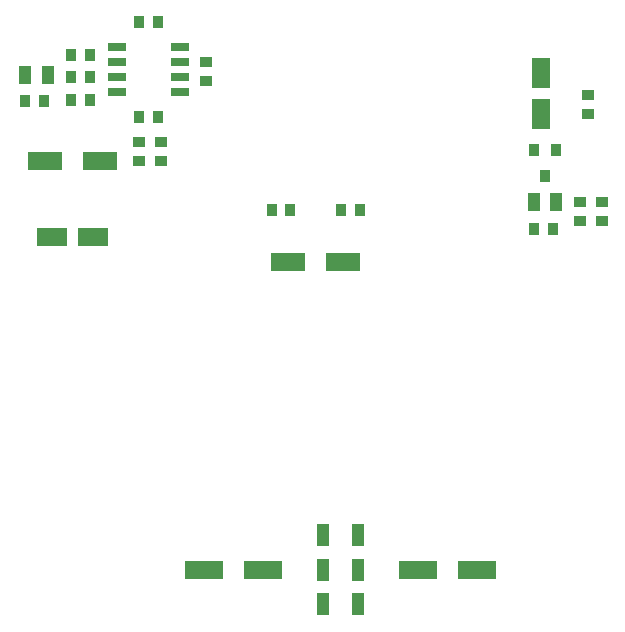
<source format=gtp>
%FSLAX46Y46*%
%MOMM*%
%AMPS24*
21,1,0.600000,1.550000,0.000000,0.000000,90.000000*
%
%ADD24PS24*%
%AMPS25*
21,1,0.600000,1.550000,0.000000,0.000000,270.000000*
%
%ADD25PS25*%
%AMPS27*
21,1,1.600000,2.500000,0.000000,0.000000,0.000000*
%
%ADD27PS27*%
%AMPS29*
21,1,1.600000,2.500000,0.000000,0.000000,90.000000*
%
%ADD29PS29*%
%AMPS26*
21,1,1.600000,2.500000,0.000000,0.000000,180.000000*
%
%ADD26PS26*%
%AMPS28*
21,1,1.600000,2.500000,0.000000,0.000000,270.000000*
%
%ADD28PS28*%
%AMPS21*
21,1,0.900000,1.000000,0.000000,0.000000,0.000000*
%
%ADD21PS21*%
%AMPS20*
21,1,0.900000,1.000000,0.000000,0.000000,180.000000*
%
%ADD20PS20*%
%AMPS19*
21,1,1.600000,3.200000,0.000000,0.000000,90.000000*
%
%ADD19PS19*%
%AMPS18*
21,1,1.600000,3.200000,0.000000,0.000000,270.000000*
%
%ADD18PS18*%
%AMPS22*
21,1,1.450000,1.000000,0.000000,0.000000,90.000000*
%
%ADD22PS22*%
%AMPS23*
21,1,1.450000,1.000000,0.000000,0.000000,270.000000*
%
%ADD23PS23*%
%AMPS11*
21,1,1.500000,2.800000,0.000000,0.000000,90.000000*
%
%ADD11PS11*%
%AMPS10*
21,1,1.500000,2.800000,0.000000,0.000000,270.000000*
%
%ADD10PS10*%
%AMPS13*
21,1,1.800000,1.100000,0.000000,0.000000,90.000000*
%
%ADD13PS13*%
%AMPS12*
21,1,1.800000,1.100000,0.000000,0.000000,270.000000*
%
%ADD12PS12*%
%AMPS17*
21,1,1.000000,0.900000,0.000000,0.000000,0.000000*
%
%ADD17PS17*%
%AMPS15*
21,1,1.000000,0.900000,0.000000,0.000000,90.000000*
%
%ADD15PS15*%
%AMPS16*
21,1,1.000000,0.900000,0.000000,0.000000,180.000000*
%
%ADD16PS16*%
%AMPS14*
21,1,1.000000,0.900000,0.000000,0.000000,270.000000*
%
%ADD14PS14*%
G01*
%LPD*%
G01*
%LPD*%
G75*
D10*
X27050002Y39000000D03*
D11*
X31750000Y39000000D03*
D12*
X30000000Y10000000D03*
D13*
X33000000Y10000000D03*
D14*
X14410000Y59285000D03*
D15*
X16010000Y59285000D03*
D16*
X16340000Y49175000D03*
D17*
X16340000Y47575000D03*
D15*
X6410000Y52610000D03*
D14*
X4810000Y52610000D03*
D16*
X52480000Y53100000D03*
D17*
X52480000Y51500000D03*
D15*
X16010000Y51305000D03*
D14*
X14410000Y51305000D03*
D18*
X19950000Y12930000D03*
D19*
X24950000Y12930000D03*
D20*
X47860000Y48510000D03*
D21*
X48810000Y46310000D03*
D20*
X49760000Y48510000D03*
D16*
X14410000Y49175000D03*
D17*
X14410000Y47575000D03*
D14*
X8680000Y52730000D03*
D15*
X10280000Y52730000D03*
D18*
X38050000Y12930000D03*
D19*
X43050000Y12930000D03*
D17*
X53670000Y42460000D03*
D16*
X53670000Y44060000D03*
D22*
X49760000Y44060000D03*
D23*
X47860000Y44060000D03*
D17*
X20150000Y54330000D03*
D16*
X20150000Y55930000D03*
D11*
X11149999Y47580000D03*
D10*
X6450001Y47580000D03*
D14*
X31560000Y43390000D03*
D15*
X33160000Y43390000D03*
D16*
X51790000Y44060000D03*
D17*
X51790000Y42460000D03*
D14*
X8680000Y56550000D03*
D15*
X10280000Y56550000D03*
D24*
X17880000Y57200000D03*
D24*
X17880000Y54660000D03*
D24*
X17880000Y53390000D03*
D25*
X12540000Y53390000D03*
D25*
X12540000Y55930000D03*
D24*
X17880000Y55930000D03*
D25*
X12540000Y57200000D03*
D25*
X12540000Y54660000D03*
D26*
X48500000Y55000000D03*
D27*
X48500000Y51500000D03*
D22*
X6710000Y54840000D03*
D23*
X4810000Y54840000D03*
D13*
X33000000Y15860000D03*
D12*
X30000000Y15860000D03*
D15*
X49460000Y41830000D03*
D14*
X47860000Y41830000D03*
D13*
X33000000Y12930000D03*
D12*
X30000000Y12930000D03*
D15*
X27260000Y43430000D03*
D14*
X25660000Y43430000D03*
D15*
X10280000Y54660000D03*
D14*
X8680000Y54660000D03*
D28*
X7050000Y41100000D03*
D29*
X10550000Y41100000D03*
M02*

</source>
